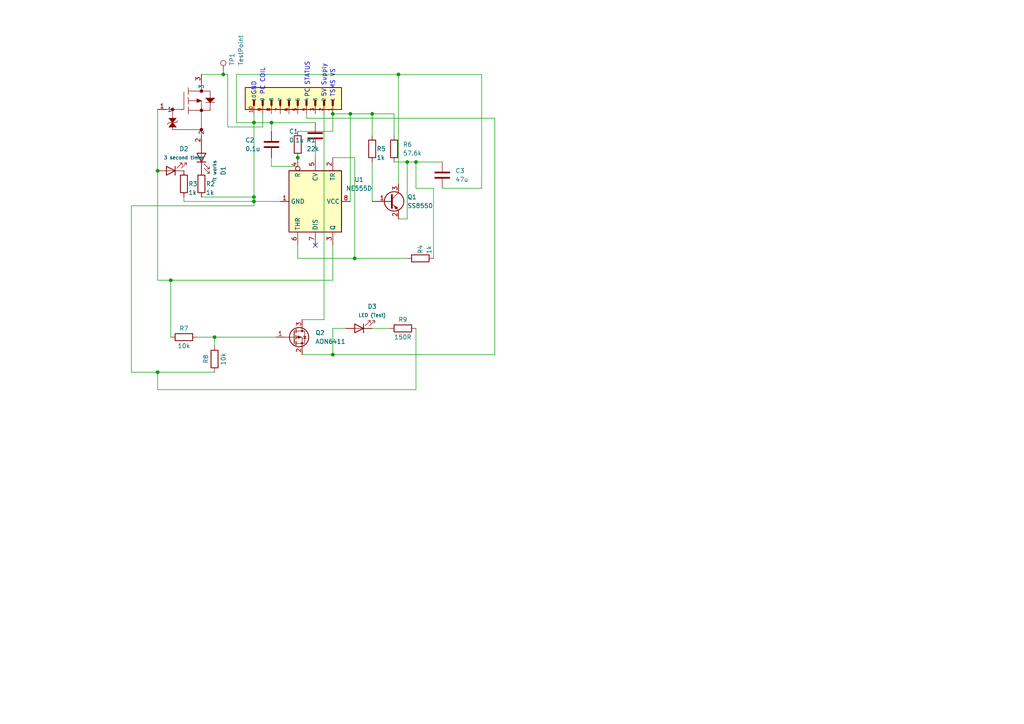
<source format=kicad_sch>
(kicad_sch (version 20231120) (generator "eeschema") (generator_version "8.0")
  (paper "A4")
  (lib_symbols
    (symbol "10 pin output:PH1-10-UA" (pin_names (offset 1.016))
      (property "Reference" "J" (at 0 28.448 0))
      (property "Value" "PH1-10-UA" (at 0 0 0))
      (symbol "PH1-10-UA_0_0"
        (polyline (pts (xy 3.81 2.54) (xy 5.08 2.54)) (stroke (width 0.6096)))
        (polyline (pts (xy 3.81 5.08) (xy 5.08 5.08)) (stroke (width 0.6096)))
        (polyline (pts (xy 3.81 7.62) (xy 5.08 7.62)) (stroke (width 0.6096)))
        (polyline (pts (xy 3.81 10.16) (xy 5.08 10.16)) (stroke (width 0.6096)))
        (polyline (pts (xy 3.81 12.7) (xy 5.08 12.7)) (stroke (width 0.6096)))
        (polyline (pts (xy 3.81 15.24) (xy 5.08 15.24)) (stroke (width 0.6096)))
        (polyline (pts (xy 3.81 17.78) (xy 5.08 17.78)) (stroke (width 0.6096)))
        (polyline (pts (xy 3.81 20.32) (xy 5.08 20.32)) (stroke (width 0.6096)))
        (polyline (pts (xy 3.81 22.86) (xy 5.08 22.86)) (stroke (width 0.6096)))
        (polyline (pts (xy 3.81 25.4) (xy 5.08 25.4)) (stroke (width 0.6096)))
        (rectangle (start 0 0) (end 6.35 27.94) (stroke (width 0.254)) (fill (type background)))
        (pin passive line (at 7.62 25.4 180) (length 2.54) (name "1") (number "1"))
        (pin passive line (at 7.62 2.54 180) (length 2.54) (name "10") (number "10"))
        (pin passive line (at 7.62 22.86 180) (length 2.54) (name "2") (number "2"))
        (pin passive line (at 7.62 20.32 180) (length 2.54) (name "3") (number "3"))
        (pin passive line (at 7.62 17.78 180) (length 2.54) (name "4") (number "4"))
        (pin passive line (at 7.62 15.24 180) (length 2.54) (name "5") (number "5"))
        (pin passive line (at 7.62 12.7 180) (length 2.54) (name "6") (number "6"))
        (pin passive line (at 7.62 10.16 180) (length 2.54) (name "7") (number "7"))
        (pin passive line (at 7.62 7.62 180) (length 2.54) (name "8") (number "8"))
        (pin passive line (at 7.62 5.08 180) (length 2.54) (name "9") (number "9"))
      )
    )
    (symbol "Connector:TestPoint" (pin_numbers hide) (pin_names (offset 0.762) hide)
      (property "Reference" "TP" (at 0 6.858 0))
      (property "Value" "TestPoint" (at 0 5.08 0))
      (symbol "TestPoint_0_1"
        (circle (center 0 3.302) (radius 0.762))
      )
      (symbol "TestPoint_1_1"
        (pin passive line (at 0 0 90) (length 2.54) (name "1") (number "1"))
      )
    )
    (symbol "Device:C" (pin_numbers hide) (pin_names (offset 0.254))
      (property "Reference" "C" (at 0.635 2.54 0))
      (property "Value" "C" (at 0.635 -2.54 0))
      (symbol "C_0_1"
        (polyline (pts (xy -2.032 -0.762) (xy 2.032 -0.762)) (stroke (width 0.508)))
        (polyline (pts (xy -2.032 0.762) (xy 2.032 0.762)) (stroke (width 0.508)))
      )
      (symbol "C_1_1"
        (pin passive line (at 0 3.81 270) (length 2.794) (name "~") (number "1"))
        (pin passive line (at 0 -3.81 90) (length 2.794) (name "~") (number "2"))
      )
    )
    (symbol "Device:LED" (pin_numbers hide) (pin_names (offset 1.016) hide)
      (property "Reference" "D" (at 0 2.54 0))
      (property "Value" "LED" (at 0 -2.54 0))
      (symbol "LED_0_1"
        (polyline (pts (xy -1.27 -1.27) (xy -1.27 1.27)) (stroke (width 0.254)))
        (polyline (pts (xy -1.27 0) (xy 1.27 0)))
        (polyline (pts (xy 1.27 -1.27) (xy 1.27 1.27) (xy -1.27 0) (xy 1.27 -1.27)) (stroke (width 0.254)))
        (polyline (pts (xy -3.048 -0.762) (xy -4.572 -2.286) (xy -3.81 -2.286) (xy -4.572 -2.286) (xy -4.572 -1.524)))
        (polyline (pts (xy -1.778 -0.762) (xy -3.302 -2.286) (xy -2.54 -2.286) (xy -3.302 -2.286) (xy -3.302 -1.524)))
      )
      (symbol "LED_1_1"
        (pin passive line (at -3.81 0 0) (length 2.54) (name "K") (number "1"))
        (pin passive line (at 3.81 0 180) (length 2.54) (name "A") (number "2"))
      )
    )
    (symbol "Device:R" (pin_numbers hide) (pin_names (offset 0))
      (property "Reference" "R" (at 2.032 0 90))
      (property "Value" "R" (at 0 0 90))
      (symbol "R_0_1"
        (rectangle (start -1.016 -2.54) (end 1.016 2.54) (stroke (width 0.254)))
      )
      (symbol "R_1_1"
        (pin passive line (at 0 3.81 270) (length 1.27) (name "~") (number "1"))
        (pin passive line (at 0 -3.81 90) (length 1.27) (name "~") (number "2"))
      )
    )
    (symbol "P-MOSFET:SSM3J56MFV_L3F" (pin_names (offset 0.254))
      (property "Reference" "MOSFET" (at 0 0 0))
      (property "Value" "SSM3J56MFV_L3F" (at 0 0 0))
      (symbol "SSM3J56MFV_L3F_0_1"
        (polyline (pts (xy 0 -7.62) (xy 4.572 -7.62)) (stroke (width 0.1524)))
        (polyline (pts (xy 0.762 -12.7) (xy 2.794 -12.7)) (stroke (width 0.1524)))
        (polyline (pts (xy 0.762 -11.43) (xy 0.254 -11.938)) (stroke (width 0.1524)))
        (polyline (pts (xy 0.762 -11.43) (xy 2.794 -11.43)) (stroke (width 0.1524)))
        (polyline (pts (xy 0.762 -10.16) (xy 1.778 -11.43)) (stroke (width 0.1524)))
        (polyline (pts (xy 1.778 -13.462) (xy 10.16 -13.462)) (stroke (width 0.1524)))
        (polyline (pts (xy 1.778 -12.7) (xy 1.778 -13.462)) (stroke (width 0.1524)))
        (polyline (pts (xy 1.778 -11.43) (xy 0.762 -12.7)) (stroke (width 0.1524)))
        (polyline (pts (xy 1.778 -11.43) (xy 2.794 -10.16)) (stroke (width 0.1524)))
        (polyline (pts (xy 1.778 -7.62) (xy 1.778 -10.16)) (stroke (width 0.1524)))
        (polyline (pts (xy 2.794 -12.7) (xy 1.778 -11.43)) (stroke (width 0.1524)))
        (polyline (pts (xy 2.794 -11.43) (xy 3.302 -10.922)) (stroke (width 0.1524)))
        (polyline (pts (xy 2.794 -10.16) (xy 0.762 -10.16)) (stroke (width 0.1524)))
        (polyline (pts (xy 5.08 -7.62) (xy 4.318 -7.62)) (stroke (width 0.1524)))
        (polyline (pts (xy 5.08 -7.62) (xy 5.08 -2.54)) (stroke (width 0.1524)))
        (polyline (pts (xy 6.35 -8.89) (xy 6.35 -6.858)) (stroke (width 0.1524)))
        (polyline (pts (xy 6.35 -7.874) (xy 12.7 -7.874)) (stroke (width 0.1524)))
        (polyline (pts (xy 6.35 -6.096) (xy 6.35 -4.064)) (stroke (width 0.1524)))
        (polyline (pts (xy 6.35 -5.08) (xy 8.89 -5.08)) (stroke (width 0.1524)))
        (polyline (pts (xy 6.35 -3.302) (xy 6.35 -1.27)) (stroke (width 0.1524)))
        (polyline (pts (xy 8.89 -5.588) (xy 10.16 -5.08)) (stroke (width 0.1524)))
        (polyline (pts (xy 8.89 -4.572) (xy 8.89 -5.588)) (stroke (width 0.1524)))
        (polyline (pts (xy 10.16 -5.08) (xy 8.89 -4.572)) (stroke (width 0.1524)))
        (polyline (pts (xy 10.16 -5.08) (xy 10.16 -15.24)) (stroke (width 0.1524)))
        (polyline (pts (xy 10.16 0) (xy 10.16 -2.286)) (stroke (width 0.1524)))
        (polyline (pts (xy 11.43 -5.588) (xy 13.97 -5.588)) (stroke (width 0.1524)))
        (polyline (pts (xy 11.43 -4.318) (xy 12.7 -5.588)) (stroke (width 0.1524)))
        (polyline (pts (xy 11.43 -4.318) (xy 13.97 -4.318)) (stroke (width 0.1524)))
        (polyline (pts (xy 12.7 -7.874) (xy 12.7 -5.588)) (stroke (width 0.1524)))
        (polyline (pts (xy 12.7 -5.588) (xy 13.97 -4.318)) (stroke (width 0.1524)))
        (polyline (pts (xy 12.7 -4.318) (xy 12.7 -2.286)) (stroke (width 0.1524)))
        (polyline (pts (xy 12.7 -2.286) (xy 6.35 -2.286)) (stroke (width 0.1524)))
        (polyline (pts (xy 8.89 -4.572) (xy 8.89 -5.588) (xy 10.16 -5.08)) (fill (type outline)))
        (polyline (pts (xy 11.43 -4.318) (xy 12.7 -5.588) (xy 13.97 -4.318)) (fill (type outline)))
        (polyline (pts (xy 0.762 -10.16) (xy 1.778 -11.43) (xy 0.762 -12.7) (xy 2.794 -12.7) (xy 1.778 -11.43) (xy 2.794 -10.16)) (fill (type outline)))
        (circle (center 1.778 -7.62) (radius 0.254) (stroke (width 0.508)))
        (circle (center 10.16 -13.462) (radius 0.254) (stroke (width 0.508)))
        (circle (center 10.16 -7.874) (radius 0.254) (stroke (width 0.508)))
        (circle (center 10.16 -2.286) (radius 0.254) (stroke (width 0.508)))
        (pin unspecified line (at -2.54 -7.62 0) (length 2.54) (name "1") (number "1"))
        (pin unspecified line (at 10.16 -17.78 90) (length 2.54) (name "2") (number "2"))
        (pin unspecified line (at 10.16 2.54 270) (length 2.54) (name "3") (number "3"))
      )
    )
    (symbol "Timer:NE555D"
      (property "Reference" "U" (at -10.16 8.89 0))
      (property "Value" "NE555D" (at 2.54 8.89 0))
      (symbol "NE555D_0_0"
        (pin power_in line (at 0 -10.16 90) (length 2.54) (name "GND") (number "1"))
        (pin power_in line (at 0 10.16 270) (length 2.54) (name "VCC") (number "8"))
      )
      (symbol "NE555D_0_1"
        (rectangle (start -8.89 -7.62) (end 8.89 7.62) (stroke (width 0.254)) (fill (type background)))
        (rectangle (start -8.89 -7.62) (end 8.89 7.62) (stroke (width 0.254)) (fill (type background)))
      )
      (symbol "NE555D_1_1"
        (pin input line (at -12.7 5.08 0) (length 3.81) (name "TR") (number "2"))
        (pin output line (at 12.7 5.08 180) (length 3.81) (name "Q") (number "3"))
        (pin input inverted (at -12.7 -5.08 0) (length 3.81) (name "R") (number "4"))
        (pin input line (at -12.7 0 0) (length 3.81) (name "CV") (number "5"))
        (pin input line (at 12.7 -5.08 180) (length 3.81) (name "THR") (number "6"))
        (pin input line (at 12.7 0 180) (length 3.81) (name "DIS") (number "7"))
      )
    )
    (symbol "Transistor_BJT:SS8550" (pin_names (offset 0) hide)
      (property "Reference" "Q" (at 5.08 1.905 0))
      (property "Value" "SS8550" (at 5.08 0 0))
      (symbol "SS8550_0_1"
        (polyline (pts (xy 0.635 0.635) (xy 2.54 2.54)))
        (polyline (pts (xy 0.635 -0.635) (xy 2.54 -2.54) (xy 2.54 -2.54)))
        (polyline (pts (xy 0.635 1.905) (xy 0.635 -1.905) (xy 0.635 -1.905)) (stroke (width 0.508)))
        (polyline (pts (xy 2.286 -1.778) (xy 1.778 -2.286) (xy 1.27 -1.27) (xy 2.286 -1.778) (xy 2.286 -1.778)) (fill (type outline)))
        (circle (center 1.27 0) (radius 2.8194) (stroke (width 0.254)))
      )
      (symbol "SS8550_1_1"
        (pin input line (at -5.08 0 0) (length 5.715) (name "B") (number "1"))
        (pin passive line (at 2.54 -5.08 90) (length 2.54) (name "E") (number "2"))
        (pin passive line (at 2.54 5.08 270) (length 2.54) (name "C") (number "3"))
      )
    )
    (symbol "Transistor_FET:AON6411" (pin_names hide)
      (property "Reference" "Q" (at 5.08 1.905 0))
      (property "Value" "AON6411" (at 5.08 0 0))
      (symbol "AON6411_0_1"
        (polyline (pts (xy 0.254 0) (xy -2.54 0)))
        (polyline (pts (xy 0.254 1.905) (xy 0.254 -1.905)) (stroke (width 0.254)))
        (polyline (pts (xy 0.762 -1.27) (xy 0.762 -2.286)) (stroke (width 0.254)))
        (polyline (pts (xy 0.762 0.508) (xy 0.762 -0.508)) (stroke (width 0.254)))
        (polyline (pts (xy 0.762 2.286) (xy 0.762 1.27)) (stroke (width 0.254)))
        (polyline (pts (xy 2.54 2.54) (xy 2.54 1.778)))
        (polyline (pts (xy 2.54 -2.54) (xy 2.54 0) (xy 0.762 0)))
        (polyline (pts (xy 0.762 1.778) (xy 3.302 1.778) (xy 3.302 -1.778) (xy 0.762 -1.778)))
        (polyline (pts (xy 2.286 0) (xy 1.27 0.381) (xy 1.27 -0.381) (xy 2.286 0)) (fill (type outline)))
        (polyline (pts (xy 2.794 -0.508) (xy 2.921 -0.381) (xy 3.683 -0.381) (xy 3.81 -0.254)))
        (polyline (pts (xy 3.302 -0.381) (xy 2.921 0.254) (xy 3.683 0.254) (xy 3.302 -0.381)))
        (circle (center 1.651 0) (radius 2.794) (stroke (width 0.254)))
        (circle (center 2.54 -1.778) (radius 0.254) (fill (type outline)))
        (circle (center 2.54 1.778) (radius 0.254) (fill (type outline)))
      )
      (symbol "AON6411_1_1"
        (pin unspecified line (at -5.08 0 0) (length 2.54) (name "G") (number "1"))
        (pin unspecified line (at 2.54 -5.08 90) (length 2.54) (name "S") (number "2"))
        (pin unspecified line (at 2.54 5.08 270) (length 2.54) (name "D") (number "3"))
      )
    )
  )
  (junction (at 78.74 35.56))
  (junction (at 73.66 57.15))
  (junction (at 73.66 58.42))
  (junction (at 73.66 35.56))
  (junction (at 64.77 21.59))
  (junction (at 45.72 107.95))
  (junction (at 96.52 102.87))
  (junction (at 45.72 49.53))
  (junction (at 115.57 21.59))
  (junction (at 96.52 33.02))
  (junction (at 107.95 33.02))
  (junction (at 120.65 46.99))
  (junction (at 101.6 33.02))
  (junction (at 102.87 74.93))
  (junction (at 86.36 45.72))
  (junction (at 118.11 46.99))
  (junction (at 49.53 81.28))
  (junction (at 62.23 97.79))
  (no_connect (at 91.44 71.12))
  (wire (pts (xy 73.66 57.15) (xy 73.66 58.42)))
  (wire (pts (xy 78.74 35.56) (xy 91.44 35.56)))
  (wire (pts (xy 101.6 33.02) (xy 107.95 33.02)))
  (wire (pts (xy 107.95 33.02) (xy 114.3 33.02)))
  (wire (pts (xy 120.65 46.99) (xy 128.27 46.99)))
  (wire (pts (xy 93.98 92.71) (xy 87.63 92.71)))
  (wire (pts (xy 66.04 36.83) (xy 66.04 21.59)))
  (wire (pts (xy 125.73 54.61) (xy 120.65 54.61)))
  (wire (pts (xy 78.74 45.72) (xy 78.74 48.26)))
  (wire (pts (xy 102.87 74.93) (xy 118.11 74.93)))
  (wire (pts (xy 143.51 34.29) (xy 88.9 34.29)))
  (wire (pts (xy 45.72 31.75) (xy 45.72 49.53)))
  (wire (pts (xy 86.36 45.72) (xy 86.36 48.26)))
  (wire (pts (xy 101.6 33.02) (xy 96.52 33.02)))
  (wire (pts (xy 73.66 33.02) (xy 73.66 35.56)))
  (wire (pts (xy 49.53 81.28) (xy 96.52 81.28)))
  (wire (pts (xy 120.65 54.61) (xy 120.65 46.99)))
  (wire (pts (xy 53.34 57.15) (xy 53.34 58.42)))
  (wire (pts (xy 58.42 57.15) (xy 73.66 57.15)))
  (wire (pts (xy 114.3 46.99) (xy 118.11 46.99)))
  (wire (pts (xy 118.11 46.99) (xy 118.11 63.5)))
  (wire (pts (xy 64.77 21.59) (xy 58.42 21.59)))
  (wire (pts (xy 118.11 46.99) (xy 120.65 46.99)))
  (wire (pts (xy 96.52 102.87) (xy 96.52 95.25)))
  (wire (pts (xy 120.65 95.25) (xy 120.65 113.03)))
  (wire (pts (xy 86.36 71.12) (xy 86.36 74.93)))
  (wire (pts (xy 62.23 97.79) (xy 62.23 100.33)))
  (wire (pts (xy 86.36 38.1) (xy 96.52 38.1)))
  (wire (pts (xy 114.3 33.02) (xy 114.3 39.37)))
  (wire (pts (xy 115.57 21.59) (xy 68.58 21.59)))
  (wire (pts (xy 96.52 71.12) (xy 96.52 81.28)))
  (wire (pts (xy 62.23 97.79) (xy 80.01 97.79)))
  (wire (pts (xy 38.1 59.69) (xy 73.66 59.69)))
  (wire (pts (xy 73.66 35.56) (xy 73.66 57.15)))
  (wire (pts (xy 91.44 43.18) (xy 91.44 45.72)))
  (wire (pts (xy 68.58 35.56) (xy 73.66 35.56)))
  (wire (pts (xy 93.98 33.02) (xy 93.98 92.71)))
  (wire (pts (xy 101.6 58.42) (xy 101.6 33.02)))
  (wire (pts (xy 96.52 38.1) (xy 96.52 33.02)))
  (wire (pts (xy 66.04 21.59) (xy 64.77 21.59)))
  (wire (pts (xy 76.2 33.02) (xy 76.2 36.83)))
  (wire (pts (xy 102.87 45.72) (xy 102.87 74.93)))
  (wire (pts (xy 115.57 21.59) (xy 115.57 53.34)))
  (wire (pts (xy 76.2 36.83) (xy 66.04 36.83)))
  (wire (pts (xy 125.73 74.93) (xy 125.73 54.61)))
  (wire (pts (xy 45.72 113.03) (xy 45.72 107.95)))
  (wire (pts (xy 62.23 107.95) (xy 45.72 107.95)))
  (wire (pts (xy 87.63 102.87) (xy 96.52 102.87)))
  (wire (pts (xy 78.74 35.56) (xy 78.74 38.1)))
  (wire (pts (xy 53.34 58.42) (xy 73.66 58.42)))
  (wire (pts (xy 45.72 49.53) (xy 45.72 81.28)))
  (wire (pts (xy 73.66 35.56) (xy 78.74 35.56)))
  (wire (pts (xy 81.28 58.42) (xy 73.66 58.42)))
  (wire (pts (xy 73.66 59.69) (xy 73.66 58.42)))
  (wire (pts (xy 120.65 113.03) (xy 45.72 113.03)))
  (wire (pts (xy 143.51 102.87) (xy 143.51 34.29)))
  (wire (pts (xy 107.95 46.99) (xy 107.95 58.42)))
  (wire (pts (xy 107.95 95.25) (xy 113.03 95.25)))
  (wire (pts (xy 68.58 21.59) (xy 68.58 35.56)))
  (wire (pts (xy 115.57 63.5) (xy 118.11 63.5)))
  (wire (pts (xy 96.52 95.25) (xy 100.33 95.25)))
  (wire (pts (xy 57.15 97.79) (xy 62.23 97.79)))
  (wire (pts (xy 88.9 34.29) (xy 88.9 33.02)))
  (wire (pts (xy 86.36 74.93) (xy 102.87 74.93)))
  (wire (pts (xy 139.7 21.59) (xy 115.57 21.59)))
  (wire (pts (xy 45.72 81.28) (xy 49.53 81.28)))
  (wire (pts (xy 107.95 33.02) (xy 107.95 39.37)))
  (wire (pts (xy 128.27 54.61) (xy 139.7 54.61)))
  (wire (pts (xy 38.1 107.95) (xy 38.1 59.69)))
  (wire (pts (xy 45.72 107.95) (xy 38.1 107.95)))
  (wire (pts (xy 96.52 45.72) (xy 102.87 45.72)))
  (wire (pts (xy 96.52 102.87) (xy 143.51 102.87)))
  (wire (pts (xy 78.74 48.26) (xy 86.36 48.26)))
  (wire (pts (xy 49.53 81.28) (xy 49.53 97.79)))
  (wire (pts (xy 139.7 54.61) (xy 139.7 21.59)))
  (text "GND" (at 73.66 25.654 90) (effects (font (size 1.27 1.27))))
  (text "PC COIL" (at 76.2 23.622 90) (effects (font (size 1.27 1.27))))
  (text "TSMS VS" (at 96.52 24.13 90) (effects (font (size 1.27 1.27))))
  (text "PC STATUS" (at 89.154 23.114 90) (effects (font (size 1.27 1.27))))
  (text "5V Supply" (at 93.98 23.368 90) (effects (font (size 1.27 1.27))))
  (symbol (lib_id "Device:LED") (at 104.14 95.25 180) (unit 1)
    (property "Reference" "D3" (at 107.95 88.9 0))
    (property "Value" "LED (Test)" (at 107.95 91.44 0) (effects (font (size 1 1))))
    (property "Footprint" "Yellow RTDS LED:LED_AP3216SYD_KNB" (effects (hide yes)))
  )
  (symbol (lib_id "Device:R") (at 121.92 74.93 90) (unit 1)
    (property "Reference" "R4" (at 121.92 73.66 0) (effects (justify left)))
    (property "Value" "1k" (at 124.46 73.66 0) (effects (justify left)))
    (property "Footprint" "1k Resistor:STA_RMCF0603_STP" (effects (hide yes)))
  )
  (symbol (lib_id "Timer:NE555D") (at 91.44 58.42 270) (unit 1)
    (property "Reference" "U1" (at 104.14 52.1014 90))
    (property "Value" "NE555D" (at 104.14 54.6414 90))
    (property "Footprint" "555 Timer:SOIC127P599X175-8N" (effects (hide yes)))
    (property "Datasheet" "http://www.ti.com/lit/ds/symlink/ne555.pdf" (effects (hide yes)))
  )
  (symbol (lib_id "Transistor_BJT:SS8550") (at 113.03 58.42 0) (unit 1)
    (property "Reference" "Q1" (at 118.11 57.1499 0) (effects (justify left)))
    (property "Value" "SS8550" (at 118.11 59.6899 0) (effects (justify left)))
    (property "Footprint" "Transistor:SOT-23_MCC" (effects (hide yes)))
    (property "Datasheet" "http://www.secosgmbh.com/datasheet/products/SSMPTransistor/SOT-23/SS8550.pdf" (effects (hide yes)))
    (property "Description" "General Purpose PNP Transistor, 1.5A Ic, 25V Vce, SOT-23" (effects (hide yes)))
  )
  (symbol (lib_id "Device:LED") (at 49.53 49.53 180) (unit 1)
    (property "Reference" "D2" (at 53.34 43.18 0))
    (property "Value" "3 second timer" (at 53.34 45.72 0) (effects (font (size 1 1))))
    (property "Footprint" "Yellow RTDS LED:LED_AP3216SYD_KNB" (effects (hide yes)))
  )
  (symbol (lib_id "Device:R") (at 114.3 43.18 0) (unit 1)
    (property "Reference" "R6" (at 116.84 41.91 0) (effects (justify left)))
    (property "Value" "57.6k" (at 116.84 44.45 0) (effects (justify left)))
    (property "Footprint" "57.6 RTDS Resistor:RES_ERJ1GNF5762C" (effects (hide yes)))
  )
  (symbol (lib_id "P-MOSFET:SSM3J56MFV_L3F") (at 48.26 24.13 0) (unit 1)
    (property "Reference" "MOSFET1" (effects (hide yes)))
    (property "Value" "SSM3J56MFV_L3F" (effects (hide yes)))
    (property "Footprint" "P-MOSFET:VESM_TOS" (effects (hide yes)))
    (property "Datasheet" "SSM3J56MFV_L3F" (effects (hide yes)))
  )
  (symbol (lib_id "Device:C") (at 78.74 41.91 0) (unit 1)
    (property "Reference" "C2" (at 71.12 40.64 0) (effects (justify left)))
    (property "Value" "0.1u" (at 71.12 43.18 0) (effects (justify left)))
    (property "Footprint" "Capacitor 0.1u:CAP_CL31_SAM" (effects (hide yes)))
  )
  (symbol (lib_id "10 pin output:PH1-10-UA") (at 71.12 25.4 270) (unit 1)
    (property "Reference" "J1" (effects (hide yes)))
    (property "Value" "PH1-10-UA" (effects (hide yes)))
    (property "Footprint" "10 pin output:1X10-2.54MM-THT" (effects (hide yes)))
    (property "MF" "Adam Tech" (effects (hide yes)))
    (property "Description_1" "\n                        \n                            Connector Header Through Hole 10 position 0.100 (2.54mm)\n                        \n" (effects (hide yes)))
    (property "Package" "None" (effects (hide yes)))
    (property "Price" "None" (effects (hide yes)))
    (property "SnapEDA_Link" "https://www.snapeda.com/parts/PH1-10-UA/Adam+Tech/view-part/?ref=snap" (effects (hide yes)))
    (property "MP" "PH1-10-UA" (effects (hide yes)))
    (property "Availability" "In Stock" (effects (hide yes)))
    (property "Check_prices" "https://www.snapeda.com/parts/PH1-10-UA/Adam+Tech/view-part/?ref=eda" (effects (hide yes)))
  )
  (symbol (lib_id "Device:LED") (at 58.42 45.72 90) (unit 1)
    (property "Reference" "D1" (at 64.77 49.53 0))
    (property "Value" "it works" (at 62.23 49.53 0) (effects (font (size 1 1))))
    (property "Footprint" "Yellow RTDS LED:LED_AP3216SYD_KNB" (effects (hide yes)))
  )
  (symbol (lib_id "Transistor_FET:AON6411") (at 85.09 97.79 0) (unit 1)
    (property "Reference" "Q2" (at 91.44 96.52 0) (effects (justify left)))
    (property "Value" "AON6411" (at 91.44 99.06 0) (effects (justify left)))
    (property "Footprint" "P-MOSFET:VESM_TOS" (effects (hide yes)))
    (property "Datasheet" "http://www.aosmd.com/res/data_sheets/AON6411.pdf" (effects (hide yes)))
  )
  (symbol (lib_id "Device:R") (at 58.42 53.34 0) (unit 1)
    (property "Reference" "R2" (at 59.69 53.34 0) (effects (justify left)))
    (property "Value" "1k" (at 59.69 55.88 0) (effects (justify left)))
    (property "Footprint" "1k Resistor:STA_RMCF0603_STP" (effects (hide yes)))
  )
  (symbol (lib_id "Device:R") (at 53.34 97.79 90) (unit 1)
    (property "Reference" "R7" (at 53.34 95.25 90))
    (property "Value" "10k" (at 53.34 100.33 90))
    (property "Footprint" "10K RTDS Resistor:RESC0603X26N" (effects (hide yes)))
  )
  (symbol (lib_id "Device:R") (at 86.36 41.91 180) (unit 1)
    (property "Reference" "R1" (at 88.9 40.6399 0) (effects (justify right)))
    (property "Value" "22k" (at 88.9 43.1799 0) (effects (justify right)))
    (property "Footprint" "22k resistor:STA_RMCF0805_STP" (effects (hide yes)))
  )
  (symbol (lib_id "Connector:TestPoint") (at 64.77 21.59 0) (unit 1)
    (property "Reference" "TP1" (at 67.31 19.05 90) (effects (justify left)))
    (property "Value" "TestPoint" (at 69.85 19.05 90) (effects (justify left)))
    (property "Footprint" "TestPoint:TestPoint_Loop_D2.60mm_Drill1.6mm_Beaded" (effects (hide yes)))
  )
  (symbol (lib_id "Device:R") (at 62.23 104.14 180) (unit 1)
    (property "Reference" "R8" (at 59.69 104.14 90))
    (property "Value" "10k" (at 64.77 104.14 90))
    (property "Footprint" "10K RTDS Resistor:RESC0603X26N" (effects (hide yes)))
  )
  (symbol (lib_id "Device:R") (at 53.34 53.34 0) (unit 1)
    (property "Reference" "R3" (at 54.61 53.34 0) (effects (justify left)))
    (property "Value" "1k" (at 54.61 55.88 0) (effects (justify left)))
    (property "Footprint" "1k Resistor:STA_RMCF0603_STP" (effects (hide yes)))
  )
  (symbol (lib_id "Device:R") (at 116.84 95.25 90) (unit 1)
    (property "Reference" "R9" (at 116.84 92.71 90))
    (property "Value" "150R" (at 116.84 97.79 90))
    (property "Footprint" "150 Ohm resistor:RC0805N_YAG" (effects (hide yes)))
  )
  (symbol (lib_id "Device:R") (at 107.95 43.18 0) (unit 1)
    (property "Reference" "R5" (at 109.22 43.18 0) (effects (justify left)))
    (property "Value" "1k" (at 109.22 45.72 0) (effects (justify left)))
    (property "Footprint" "1k Resistor:STA_RMCF0603_STP" (effects (hide yes)))
  )
  (symbol (lib_id "Device:C") (at 91.44 39.37 0) (unit 1)
    (property "Reference" "C1" (at 83.82 38.1 0) (effects (justify left)))
    (property "Value" "0.1u" (at 83.82 40.64 0) (effects (justify left)))
    (property "Footprint" "Capacitor 0.1u:CAP_CL31_SAM" (effects (hide yes)))
  )
  (symbol (lib_id "Device:C") (at 128.27 50.8 0) (unit 1)
    (property "Reference" "C3" (at 132.08 49.53 0) (effects (justify left)))
    (property "Value" "47u" (at 132.08 52.07 0) (effects (justify left)))
    (property "Footprint" "Capacitor 47u:CAP_CL32_SAM" (effects (hide yes)))
  )
)
</source>
